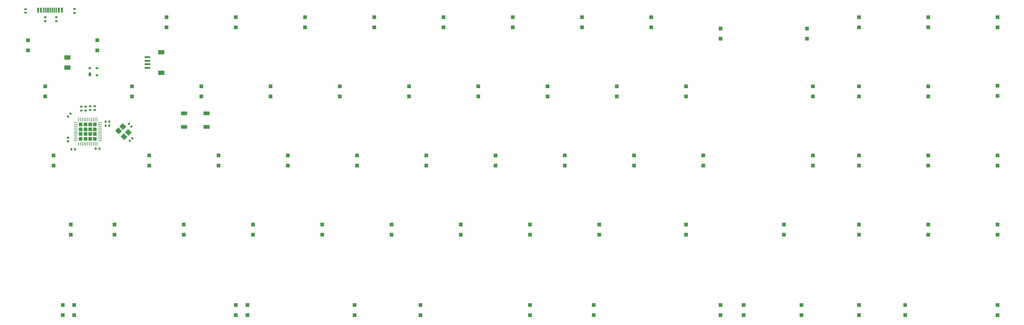
<source format=gbr>
%TF.GenerationSoftware,KiCad,Pcbnew,(7.0.0)*%
%TF.CreationDate,2023-03-06T16:52:15+01:00*%
%TF.ProjectId,qazimodo,71617a69-6d6f-4646-9f2e-6b696361645f,rev?*%
%TF.SameCoordinates,Original*%
%TF.FileFunction,Paste,Bot*%
%TF.FilePolarity,Positive*%
%FSLAX46Y46*%
G04 Gerber Fmt 4.6, Leading zero omitted, Abs format (unit mm)*
G04 Created by KiCad (PCBNEW (7.0.0)) date 2023-03-06 16:52:15*
%MOMM*%
%LPD*%
G01*
G04 APERTURE LIST*
G04 Aperture macros list*
%AMRoundRect*
0 Rectangle with rounded corners*
0 $1 Rounding radius*
0 $2 $3 $4 $5 $6 $7 $8 $9 X,Y pos of 4 corners*
0 Add a 4 corners polygon primitive as box body*
4,1,4,$2,$3,$4,$5,$6,$7,$8,$9,$2,$3,0*
0 Add four circle primitives for the rounded corners*
1,1,$1+$1,$2,$3*
1,1,$1+$1,$4,$5*
1,1,$1+$1,$6,$7*
1,1,$1+$1,$8,$9*
0 Add four rect primitives between the rounded corners*
20,1,$1+$1,$2,$3,$4,$5,0*
20,1,$1+$1,$4,$5,$6,$7,0*
20,1,$1+$1,$6,$7,$8,$9,0*
20,1,$1+$1,$8,$9,$2,$3,0*%
%AMRotRect*
0 Rectangle, with rotation*
0 The origin of the aperture is its center*
0 $1 length*
0 $2 width*
0 $3 Rotation angle, in degrees counterclockwise*
0 Add horizontal line*
21,1,$1,$2,0,0,$3*%
G04 Aperture macros list end*
%ADD10R,1.800000X1.100000*%
%ADD11R,1.100000X1.100000*%
%ADD12RoundRect,0.140000X0.170000X-0.140000X0.170000X0.140000X-0.170000X0.140000X-0.170000X-0.140000X0*%
%ADD13R,1.800000X1.200000*%
%ADD14R,1.550000X0.600000*%
%ADD15RoundRect,0.140000X0.219203X0.021213X0.021213X0.219203X-0.219203X-0.021213X-0.021213X-0.219203X0*%
%ADD16RoundRect,0.135000X-0.185000X0.135000X-0.185000X-0.135000X0.185000X-0.135000X0.185000X0.135000X0*%
%ADD17RoundRect,0.135000X0.135000X0.185000X-0.135000X0.185000X-0.135000X-0.185000X0.135000X-0.185000X0*%
%ADD18RoundRect,0.140000X-0.021213X0.219203X-0.219203X0.021213X0.021213X-0.219203X0.219203X-0.021213X0*%
%ADD19RoundRect,0.250000X-0.625000X0.375000X-0.625000X-0.375000X0.625000X-0.375000X0.625000X0.375000X0*%
%ADD20RotRect,1.400000X1.200000X135.000000*%
%ADD21R,0.600000X1.450000*%
%ADD22R,0.300000X1.450000*%
%ADD23R,0.700000X1.000000*%
%ADD24R,0.700000X0.600000*%
%ADD25RoundRect,0.140000X-0.140000X-0.170000X0.140000X-0.170000X0.140000X0.170000X-0.140000X0.170000X0*%
%ADD26RoundRect,0.140000X-0.170000X0.140000X-0.170000X-0.140000X0.170000X-0.140000X0.170000X0.140000X0*%
%ADD27RoundRect,0.250000X-0.275000X0.275000X-0.275000X-0.275000X0.275000X-0.275000X0.275000X0.275000X0*%
%ADD28RoundRect,0.062500X-0.062500X0.475000X-0.062500X-0.475000X0.062500X-0.475000X0.062500X0.475000X0*%
%ADD29RoundRect,0.062500X-0.475000X0.062500X-0.475000X-0.062500X0.475000X-0.062500X0.475000X0.062500X0*%
G04 APERTURE END LIST*
D10*
%TO.C,SW_Reset1*%
X107874999Y-80699999D03*
X101674999Y-84399999D03*
X107874999Y-84399999D03*
X101674999Y-80699999D03*
%TD*%
D11*
%TO.C,D7*%
X77787499Y-63312499D03*
X77787499Y-60512499D03*
%TD*%
%TO.C,D42*%
X266699999Y-114112499D03*
X266699999Y-111312499D03*
%TD*%
%TO.C,D48*%
X274637499Y-95062499D03*
X274637499Y-92262499D03*
%TD*%
D12*
%TO.C,C2*%
X69723000Y-88364000D03*
X69723000Y-87404000D03*
%TD*%
D11*
%TO.C,D11*%
X71437499Y-136337499D03*
X71437499Y-133537499D03*
%TD*%
%TO.C,D58*%
X271462499Y-136337499D03*
X271462499Y-133537499D03*
%TD*%
D13*
%TO.C,J2*%
X95412499Y-63874999D03*
X95412499Y-69474999D03*
D14*
X91537499Y-65174999D03*
X91537499Y-66174999D03*
X91537499Y-67174999D03*
X91537499Y-68174999D03*
%TD*%
D11*
%TO.C,D71*%
X325437499Y-136337499D03*
X325437499Y-133537499D03*
%TD*%
%TO.C,D52*%
X287337499Y-114112499D03*
X287337499Y-111312499D03*
%TD*%
%TO.C,D15*%
X120649999Y-114112499D03*
X120649999Y-111312499D03*
%TD*%
%TO.C,D38*%
X201612499Y-76012499D03*
X201612499Y-73212499D03*
%TD*%
%TO.C,D50*%
X239712499Y-76012499D03*
X239712499Y-73212499D03*
%TD*%
%TO.C,D62*%
X325437499Y-114112499D03*
X325437499Y-111312499D03*
%TD*%
%TO.C,D70*%
X325437499Y-56962499D03*
X325437499Y-54162499D03*
%TD*%
%TO.C,D16*%
X115887499Y-136337499D03*
X115887499Y-133537499D03*
%TD*%
D15*
%TO.C,C4*%
X87215030Y-84286411D03*
X86536208Y-83607589D03*
%TD*%
D11*
%TO.C,D66*%
X325437499Y-95062499D03*
X325437499Y-92262499D03*
%TD*%
%TO.C,D18*%
X125412499Y-76012499D03*
X125412499Y-73212499D03*
%TD*%
%TO.C,D61*%
X306387499Y-95062499D03*
X306387499Y-92262499D03*
%TD*%
%TO.C,D41*%
X214312499Y-136337499D03*
X214312499Y-133537499D03*
%TD*%
D16*
%TO.C,R1*%
X73406000Y-78865000D03*
X73406000Y-79885000D03*
%TD*%
%TO.C,R2*%
X74549000Y-78865000D03*
X74549000Y-79885000D03*
%TD*%
D11*
%TO.C,D34*%
X187324999Y-95062499D03*
X187324999Y-92262499D03*
%TD*%
%TO.C,D65*%
X306387499Y-76012499D03*
X306387499Y-73212499D03*
%TD*%
%TO.C,D4*%
X65784191Y-95051704D03*
X65784191Y-92251704D03*
%TD*%
%TO.C,D14*%
X111124999Y-95062499D03*
X111124999Y-92262499D03*
%TD*%
%TO.C,D47*%
X249237499Y-136337499D03*
X249237499Y-133537499D03*
%TD*%
%TO.C,D57*%
X306387499Y-114112499D03*
X306387499Y-111312499D03*
%TD*%
D17*
%TO.C,R4*%
X81091500Y-82931000D03*
X80071500Y-82931000D03*
%TD*%
D11*
%TO.C,D51*%
X244474999Y-95062499D03*
X244474999Y-92262499D03*
%TD*%
%TO.C,D49*%
X230187499Y-56962499D03*
X230187499Y-54162499D03*
%TD*%
D16*
%TO.C,R_USBSHIELD1*%
X71501000Y-51941000D03*
X71501000Y-52961000D03*
%TD*%
D11*
%TO.C,D45*%
X225424999Y-95062499D03*
X225424999Y-92262499D03*
%TD*%
D18*
%TO.C,C8*%
X70443411Y-80813589D03*
X69764589Y-81492411D03*
%TD*%
D11*
%TO.C,D17*%
X115887499Y-56962499D03*
X115887499Y-54162499D03*
%TD*%
D19*
%TO.C,F1*%
X69596000Y-65275000D03*
X69596000Y-68075000D03*
%TD*%
D11*
%TO.C,D10*%
X101599999Y-114112499D03*
X101599999Y-111312499D03*
%TD*%
D16*
%TO.C,R_USB1*%
X63500000Y-54227000D03*
X63500000Y-55247000D03*
%TD*%
D11*
%TO.C,D19*%
X130174999Y-95062499D03*
X130174999Y-92262499D03*
%TD*%
%TO.C,D5*%
X70515674Y-114126367D03*
X70515674Y-111326367D03*
%TD*%
D16*
%TO.C,R_USB2*%
X66548000Y-54227000D03*
X66548000Y-55247000D03*
%TD*%
D11*
%TO.C,D64*%
X287337499Y-56962499D03*
X287337499Y-54162499D03*
%TD*%
%TO.C,D26*%
X148589999Y-136337499D03*
X148589999Y-133537499D03*
%TD*%
%TO.C,D36*%
X196849999Y-136337499D03*
X196849999Y-133537499D03*
%TD*%
D20*
%TO.C,Y1*%
X85147395Y-87103857D03*
X83591760Y-85548222D03*
X84793841Y-84346141D03*
X86349476Y-85901776D03*
%TD*%
D11*
%TO.C,D22*%
X134937499Y-56962499D03*
X134937499Y-54162499D03*
%TD*%
D21*
%TO.C,J3*%
X61519999Y-52252999D03*
X62319999Y-52252999D03*
D22*
X63519999Y-52252999D03*
X64519999Y-52252999D03*
X65019999Y-52252999D03*
X66019999Y-52252999D03*
D21*
X67219999Y-52252999D03*
X68019999Y-52252999D03*
X68019999Y-52252999D03*
X67219999Y-52252999D03*
D22*
X66519999Y-52252999D03*
X65519999Y-52252999D03*
X64019999Y-52252999D03*
X63019999Y-52252999D03*
D21*
X62319999Y-52252999D03*
X61519999Y-52252999D03*
%TD*%
D11*
%TO.C,D31*%
X166687499Y-136337499D03*
X166687499Y-133537499D03*
%TD*%
%TO.C,D28*%
X163512499Y-76012499D03*
X163512499Y-73212499D03*
%TD*%
D23*
%TO.C,D72*%
X75707999Y-69964999D03*
D24*
X75707999Y-68264999D03*
X77707999Y-68264999D03*
X77707999Y-70164999D03*
%TD*%
D11*
%TO.C,D63*%
X287337499Y-136337499D03*
X287337499Y-133537499D03*
%TD*%
%TO.C,D44*%
X220662499Y-76012499D03*
X220662499Y-73212499D03*
%TD*%
%TO.C,D68*%
X306387499Y-56962499D03*
X306387499Y-54162499D03*
%TD*%
D17*
%TO.C,R3*%
X71693500Y-90614500D03*
X70673500Y-90614500D03*
%TD*%
D11*
%TO.C,D29*%
X168274999Y-95062499D03*
X168274999Y-92262499D03*
%TD*%
D25*
%TO.C,C7*%
X80101500Y-84074000D03*
X81061500Y-84074000D03*
%TD*%
D11*
%TO.C,D24*%
X149224999Y-95062499D03*
X149224999Y-92262499D03*
%TD*%
%TO.C,D2*%
X58737499Y-63312499D03*
X58737499Y-60512499D03*
%TD*%
D12*
%TO.C,C1*%
X75819000Y-79728000D03*
X75819000Y-78768000D03*
%TD*%
D11*
%TO.C,D6*%
X68262499Y-136337499D03*
X68262499Y-133537499D03*
%TD*%
D12*
%TO.C,C5*%
X77089000Y-79728000D03*
X77089000Y-78768000D03*
%TD*%
D11*
%TO.C,D43*%
X211137499Y-56962499D03*
X211137499Y-54162499D03*
%TD*%
%TO.C,D32*%
X173037499Y-56962499D03*
X173037499Y-54162499D03*
%TD*%
%TO.C,D1*%
X82549999Y-114112499D03*
X82549999Y-111312499D03*
%TD*%
%TO.C,D69*%
X325437499Y-75824999D03*
X325437499Y-73024999D03*
%TD*%
%TO.C,D60*%
X287337499Y-76012499D03*
X287337499Y-73212499D03*
%TD*%
%TO.C,D27*%
X153987499Y-56962499D03*
X153987499Y-54162499D03*
%TD*%
%TO.C,D25*%
X158749999Y-114112499D03*
X158749999Y-111312499D03*
%TD*%
D25*
%TO.C,C6*%
X77371000Y-90424000D03*
X78331000Y-90424000D03*
%TD*%
D11*
%TO.C,D33*%
X182562499Y-76012499D03*
X182562499Y-73212499D03*
%TD*%
%TO.C,D21*%
X119062499Y-136337499D03*
X119062499Y-133537499D03*
%TD*%
%TO.C,D12*%
X96837499Y-56962499D03*
X96837499Y-54162499D03*
%TD*%
%TO.C,D23*%
X144462499Y-76012499D03*
X144462499Y-73212499D03*
%TD*%
%TO.C,D59*%
X273049999Y-60137499D03*
X273049999Y-57337499D03*
%TD*%
%TO.C,D40*%
X215899999Y-114112499D03*
X215899999Y-111312499D03*
%TD*%
%TO.C,D8*%
X87312499Y-76012499D03*
X87312499Y-73212499D03*
%TD*%
%TO.C,D56*%
X287337499Y-95062499D03*
X287337499Y-92262499D03*
%TD*%
%TO.C,D37*%
X192087499Y-56962499D03*
X192087499Y-54162499D03*
%TD*%
D26*
%TO.C,C_USBSHIELD1*%
X58039000Y-51971000D03*
X58039000Y-52931000D03*
%TD*%
D11*
%TO.C,D54*%
X249237499Y-60137499D03*
X249237499Y-57337499D03*
%TD*%
%TO.C,D55*%
X274637499Y-76012499D03*
X274637499Y-73212499D03*
%TD*%
%TO.C,D9*%
X92074999Y-95062499D03*
X92074999Y-92262499D03*
%TD*%
D27*
%TO.C,U1*%
X77134000Y-83775000D03*
X75834000Y-83775000D03*
X74534000Y-83775000D03*
X73234000Y-83775000D03*
X77134000Y-85075000D03*
X75834000Y-85075000D03*
X74534000Y-85075000D03*
X73234000Y-85075000D03*
X77134000Y-86375000D03*
X75834000Y-86375000D03*
X74534000Y-86375000D03*
X73234000Y-86375000D03*
X77134000Y-87675000D03*
X75834000Y-87675000D03*
X74534000Y-87675000D03*
X73234000Y-87675000D03*
D28*
X72684000Y-82387500D03*
X73184000Y-82387500D03*
X73684000Y-82387500D03*
X74184000Y-82387500D03*
X74684000Y-82387500D03*
X75184000Y-82387500D03*
X75684000Y-82387500D03*
X76184000Y-82387500D03*
X76684000Y-82387500D03*
X77184000Y-82387500D03*
X77684000Y-82387500D03*
D29*
X78521500Y-83225000D03*
X78521500Y-83725000D03*
X78521500Y-84225000D03*
X78521500Y-84725000D03*
X78521500Y-85225000D03*
X78521500Y-85725000D03*
X78521500Y-86225000D03*
X78521500Y-86725000D03*
X78521500Y-87225000D03*
X78521500Y-87725000D03*
X78521500Y-88225000D03*
D28*
X77684000Y-89062500D03*
X77184000Y-89062500D03*
X76684000Y-89062500D03*
X76184000Y-89062500D03*
X75684000Y-89062500D03*
X75184000Y-89062500D03*
X74684000Y-89062500D03*
X74184000Y-89062500D03*
X73684000Y-89062500D03*
X73184000Y-89062500D03*
X72684000Y-89062500D03*
D29*
X71846500Y-88225000D03*
X71846500Y-87725000D03*
X71846500Y-87225000D03*
X71846500Y-86725000D03*
X71846500Y-86225000D03*
X71846500Y-85725000D03*
X71846500Y-85225000D03*
X71846500Y-84725000D03*
X71846500Y-84225000D03*
X71846500Y-83725000D03*
X71846500Y-83225000D03*
%TD*%
D11*
%TO.C,D3*%
X63499999Y-76012499D03*
X63499999Y-73212499D03*
%TD*%
%TO.C,D67*%
X300037499Y-136337499D03*
X300037499Y-133537499D03*
%TD*%
%TO.C,D13*%
X106362499Y-76012499D03*
X106362499Y-73212499D03*
%TD*%
%TO.C,D30*%
X177799999Y-114112499D03*
X177799999Y-111312499D03*
%TD*%
%TO.C,D46*%
X239712499Y-114112499D03*
X239712499Y-111312499D03*
%TD*%
%TO.C,D39*%
X206374999Y-95062499D03*
X206374999Y-92262499D03*
%TD*%
%TO.C,D35*%
X196849999Y-114112499D03*
X196849999Y-111312499D03*
%TD*%
D18*
%TO.C,C3*%
X87469030Y-87544589D03*
X86790208Y-88223411D03*
%TD*%
D11*
%TO.C,D20*%
X139699999Y-114112499D03*
X139699999Y-111312499D03*
%TD*%
%TO.C,D53*%
X255587499Y-136337499D03*
X255587499Y-133537499D03*
%TD*%
M02*

</source>
